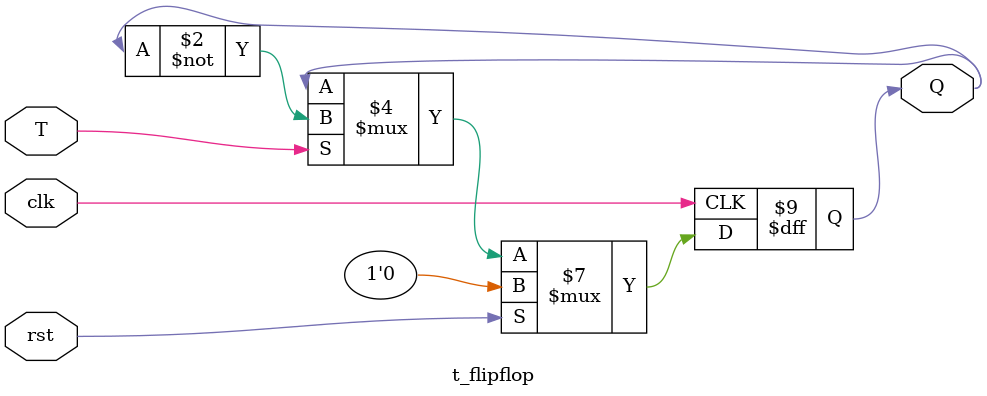
<source format=v>
`timescale 1ns / 1ps
module t_flipflop(
input clk,
input rst,
input T,
output reg Q
);
always @(posedge clk) begin
if (rst) Q <= 1'b0;
else if (T) Q <= ~Q;
else Q <= Q;
end
endmodule

</source>
